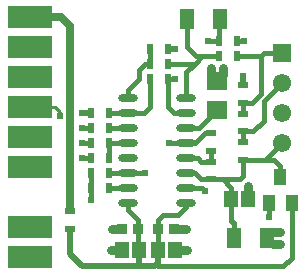
<source format=gtl>
G04 Layer_Physical_Order=1*
G04 Layer_Color=25308*
%FSLAX25Y25*%
%MOIN*%
G70*
G01*
G75*
%ADD10R,0.01969X0.03543*%
%ADD11R,0.07087X0.06496*%
%ADD12R,0.05118X0.07087*%
%ADD13R,0.04528X0.05315*%
%ADD14R,0.03543X0.01969*%
%ADD15R,0.03347X0.03740*%
%ADD16O,0.06693X0.02362*%
%ADD17R,0.04000X0.05600*%
%ADD18R,0.15000X0.07600*%
%ADD19C,0.01500*%
%ADD20C,0.01000*%
%ADD21C,0.02000*%
%ADD22C,0.02500*%
%ADD23C,0.03000*%
%ADD24C,0.06102*%
%ADD25R,0.06102X0.06102*%
%ADD26C,0.02400*%
D10*
X136453Y270500D02*
D03*
X130547D02*
D03*
X136453Y285500D02*
D03*
X130547D02*
D03*
Y265500D02*
D03*
X136453D02*
D03*
Y260500D02*
D03*
X130547D02*
D03*
X136453Y280500D02*
D03*
X130547D02*
D03*
X136453Y275500D02*
D03*
X130547D02*
D03*
X150047Y307000D02*
D03*
X155953D02*
D03*
Y302000D02*
D03*
X150047D02*
D03*
X155953Y297000D02*
D03*
X150047D02*
D03*
X178953Y304500D02*
D03*
X173047D02*
D03*
X178953Y309500D02*
D03*
X173047D02*
D03*
D11*
X172500Y296323D02*
D03*
Y286677D02*
D03*
D12*
X162488Y317000D02*
D03*
X173512D02*
D03*
X189012Y244000D02*
D03*
X177988D02*
D03*
D13*
X177244Y257000D02*
D03*
X182756D02*
D03*
X140744Y240000D02*
D03*
X146256D02*
D03*
X158256D02*
D03*
X152744D02*
D03*
D14*
X123500Y247047D02*
D03*
Y252953D02*
D03*
X181000Y294953D02*
D03*
Y289047D02*
D03*
Y285453D02*
D03*
Y279547D02*
D03*
Y275953D02*
D03*
Y270047D02*
D03*
X170500Y273047D02*
D03*
Y278953D02*
D03*
Y263547D02*
D03*
Y269453D02*
D03*
D15*
X146158Y247000D02*
D03*
X140842D02*
D03*
X152842D02*
D03*
X158158D02*
D03*
D16*
X162146Y255500D02*
D03*
Y260500D02*
D03*
Y265500D02*
D03*
Y270500D02*
D03*
Y275500D02*
D03*
Y280500D02*
D03*
Y285500D02*
D03*
Y290500D02*
D03*
X142854Y255500D02*
D03*
Y260500D02*
D03*
Y265500D02*
D03*
Y270500D02*
D03*
Y275500D02*
D03*
Y280500D02*
D03*
Y285500D02*
D03*
Y290500D02*
D03*
D17*
X193470Y264365D02*
D03*
X197270Y255635D02*
D03*
X189730D02*
D03*
D18*
X110000Y237500D02*
D03*
Y247500D02*
D03*
Y317500D02*
D03*
Y307500D02*
D03*
Y297500D02*
D03*
Y287500D02*
D03*
Y277500D02*
D03*
Y267500D02*
D03*
D19*
X136453Y270500D02*
Y275500D01*
X127500Y270500D02*
X130547D01*
X142854Y265500D02*
X148500D01*
X130453Y285500D02*
X130500Y285547D01*
X130547Y256547D02*
Y260500D01*
X127500Y275500D02*
X130547D01*
X127500Y280500D02*
X130547D01*
X194500Y234500D02*
X197270Y237270D01*
X152744Y234500D02*
X194500D01*
X152744D02*
Y235500D01*
Y238500D02*
Y240000D01*
X189730Y251000D02*
Y255635D01*
X167500Y260500D02*
X168500Y259500D01*
X162146Y260500D02*
X167500D01*
X168453Y278953D02*
X170500D01*
X165000Y275500D02*
X168453Y278953D01*
X162146Y275500D02*
X165000D01*
X178953Y309500D02*
X181500D01*
X169500D02*
X173047D01*
X156500Y275500D02*
X162146D01*
X155953Y297000D02*
X158500D01*
X155953Y287547D02*
Y297000D01*
Y287547D02*
X158000Y285500D01*
X173047Y316535D02*
X173512Y317000D01*
X173047Y309500D02*
Y316535D01*
X162488Y307512D02*
Y317000D01*
Y307512D02*
X165500Y304500D01*
X167500D01*
X162146Y290500D02*
Y299146D01*
X165000Y302000D01*
X188000Y305500D02*
X194000D01*
X187000Y304500D02*
X188000Y305500D01*
X178953Y304500D02*
X187000D01*
Y292000D02*
Y304500D01*
X184047Y289047D02*
X187000Y292000D01*
X181000Y289047D02*
X184047D01*
X188000Y289500D02*
X194000Y295500D01*
X188000Y283000D02*
Y289500D01*
X184547Y279547D02*
X188000Y283000D01*
X181000Y279547D02*
X184547D01*
X181000Y285453D02*
Y289047D01*
Y275953D02*
Y279547D01*
X197270Y237270D02*
Y255635D01*
X177988Y244000D02*
Y249012D01*
X177244Y249756D02*
X177988Y249012D01*
X177244Y249756D02*
Y257000D01*
X188547Y270047D02*
X191453D01*
X193470Y268030D01*
Y264365D02*
Y268030D01*
X174453Y263547D02*
X180035D01*
X181000Y264512D01*
Y270047D01*
X177244Y257000D02*
Y260756D01*
X174453Y263547D02*
X177244Y260756D01*
X170500Y263547D02*
X174453D01*
X188547Y270047D02*
X194000Y275500D01*
X181000Y270047D02*
X188547D01*
X152842Y247000D02*
Y249843D01*
Y240098D02*
Y247000D01*
X152744Y240000D02*
X152842Y240098D01*
Y249843D02*
X154500Y251500D01*
X159500D01*
X162146Y254146D01*
Y255500D01*
X146158Y247000D02*
Y249843D01*
Y240098D02*
Y247000D01*
Y240098D02*
X146256Y240000D01*
X142854Y253146D02*
X146158Y249843D01*
X142854Y253146D02*
Y255500D01*
X170500Y269453D02*
Y273047D01*
X167047Y269453D02*
X170500D01*
X166000Y270500D02*
X167047Y269453D01*
X162146Y270500D02*
X166000D01*
X166953Y263547D02*
X170500D01*
X165000Y265500D02*
X166953Y263547D01*
X162146Y265500D02*
X165000D01*
X166323Y280500D02*
X172500Y286677D01*
X162146Y280500D02*
X166323D01*
X155953Y302000D02*
X165000D01*
X158000Y285500D02*
X162146D01*
X167500Y304500D02*
X173047D01*
X165000Y302000D02*
X167500Y304500D01*
X150047Y302000D02*
Y307000D01*
X146500Y297000D02*
Y300000D01*
X142854Y293354D02*
X146500Y297000D01*
X142854Y290500D02*
Y293354D01*
X148500Y302000D02*
X150047D01*
X146500Y300000D02*
X148500Y302000D01*
X150047Y287547D02*
Y297000D01*
X148000Y285500D02*
X150047Y287547D01*
X142854Y285500D02*
X148000D01*
X136453D02*
X142854D01*
X136453Y280500D02*
X142854D01*
X136453Y275500D02*
X142854D01*
X136453Y265500D02*
X142854D01*
X136453Y260500D02*
X142854D01*
X130547D02*
Y265500D01*
D20*
X120000Y284500D02*
Y286000D01*
X118500Y287500D02*
X120000Y286000D01*
X110000Y287500D02*
X118500D01*
D21*
X123500Y238500D02*
Y246000D01*
Y238500D02*
X127500Y234500D01*
Y285500D02*
X130453D01*
X127500Y234500D02*
X151744D01*
X146256Y234744D02*
Y240000D01*
X152744Y235500D02*
Y238500D01*
X151744Y234500D02*
X152744Y235500D01*
X181000Y294953D02*
Y298000D01*
X155953Y307000D02*
X158500D01*
D22*
X120500Y317500D02*
X123500Y314500D01*
Y254000D02*
Y314500D01*
X110000Y317500D02*
X120500D01*
D23*
X182756Y257000D02*
Y261244D01*
X191012Y246000D02*
X193500D01*
X191012Y242000D02*
X193500D01*
X158158Y247000D02*
X162000D01*
X158256Y240000D02*
X162500D01*
X137000D02*
X140744D01*
X137500Y247000D02*
X140842D01*
X174500Y298323D02*
Y300500D01*
X170500Y298323D02*
Y300500D01*
D24*
X194000Y275500D02*
D03*
Y285500D02*
D03*
Y295500D02*
D03*
D25*
Y305500D02*
D03*
D26*
X127500Y270500D02*
D03*
X120000Y284500D02*
D03*
X148500Y265500D02*
D03*
X127500Y285500D02*
D03*
Y275500D02*
D03*
X130500Y256500D02*
D03*
X127500Y280500D02*
D03*
X182756Y261244D02*
D03*
X189730Y251000D02*
D03*
X168500Y259500D02*
D03*
X181500Y309500D02*
D03*
X193500Y246000D02*
D03*
Y242000D02*
D03*
X162000Y247000D02*
D03*
X162500Y240000D02*
D03*
X137500Y247000D02*
D03*
X137000Y240000D02*
D03*
X169500Y309500D02*
D03*
X156500Y275500D02*
D03*
X181000Y298000D02*
D03*
X174500Y300500D02*
D03*
X170500D02*
D03*
X158500Y297000D02*
D03*
Y307000D02*
D03*
M02*

</source>
